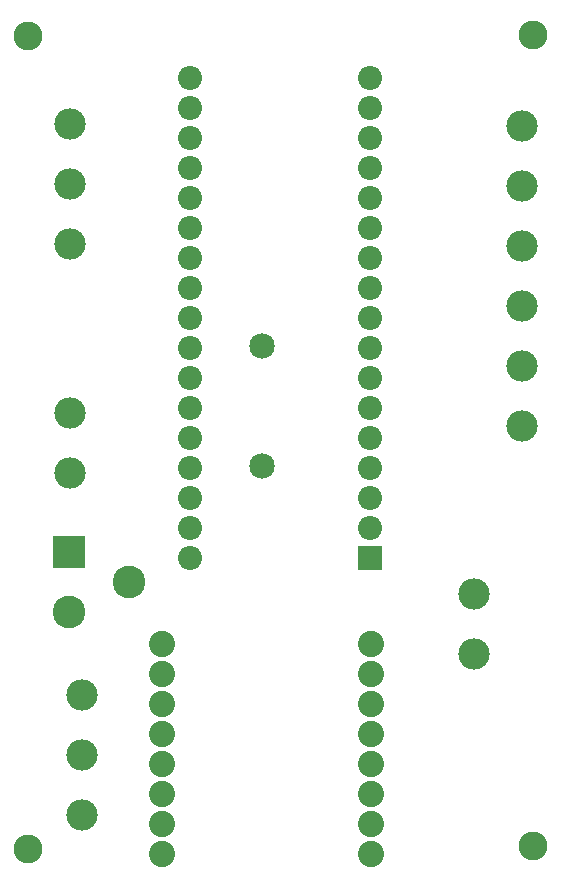
<source format=gbs>
G04 MADE WITH FRITZING*
G04 WWW.FRITZING.ORG*
G04 DOUBLE SIDED*
G04 HOLES PLATED*
G04 CONTOUR ON CENTER OF CONTOUR VECTOR*
%ASAXBY*%
%FSLAX23Y23*%
%MOIN*%
%OFA0B0*%
%SFA1.0B1.0*%
%ADD10C,0.104488*%
%ADD11C,0.085000*%
%ADD12C,0.096614*%
%ADD13C,0.087701*%
%ADD14C,0.080555*%
%ADD15C,0.080583*%
%ADD16C,0.109000*%
%ADD17R,0.080570X0.080542*%
%ADD18R,0.109000X0.109000*%
%LNMASK0*%
G90*
G70*
G54D10*
X289Y612D03*
X289Y412D03*
X289Y212D03*
X1596Y948D03*
X1596Y748D03*
X250Y1553D03*
X250Y1353D03*
X1756Y2508D03*
X1756Y2308D03*
X1756Y2108D03*
X1756Y1908D03*
X1756Y1708D03*
X1756Y1508D03*
X251Y2517D03*
X251Y2317D03*
X251Y2117D03*
G54D11*
X892Y1776D03*
X892Y1376D03*
G54D12*
X1794Y108D03*
X1793Y2813D03*
X110Y2810D03*
X110Y101D03*
G54D13*
X556Y784D03*
X556Y684D03*
X556Y584D03*
X556Y484D03*
X556Y384D03*
X556Y284D03*
X556Y184D03*
X556Y84D03*
X1255Y784D03*
X1255Y684D03*
X1255Y584D03*
X1255Y484D03*
X1255Y384D03*
X1255Y284D03*
X1255Y184D03*
X1255Y84D03*
G54D14*
X1249Y1070D03*
X1249Y1170D03*
X1249Y1270D03*
X1249Y1370D03*
X1249Y1470D03*
X1249Y1570D03*
X1249Y1670D03*
X1249Y1770D03*
X1249Y1870D03*
G54D15*
X1249Y1970D03*
X1249Y2070D03*
X1249Y2170D03*
G54D14*
X1249Y2270D03*
X1249Y2370D03*
G54D15*
X1249Y2470D03*
X1249Y2570D03*
X1249Y2670D03*
G54D14*
X649Y1070D03*
X649Y1170D03*
X649Y1270D03*
X649Y1370D03*
X649Y1470D03*
X649Y1570D03*
X649Y1870D03*
G54D15*
X649Y1970D03*
G54D14*
X649Y1770D03*
X649Y1670D03*
G54D15*
X649Y2070D03*
X649Y2170D03*
G54D14*
X649Y2270D03*
X649Y2370D03*
G54D15*
X649Y2470D03*
X649Y2570D03*
X649Y2670D03*
G54D16*
X248Y888D03*
X248Y1088D03*
X448Y988D03*
G54D17*
X1249Y1070D03*
G54D18*
X248Y1088D03*
G04 End of Mask0*
M02*
</source>
